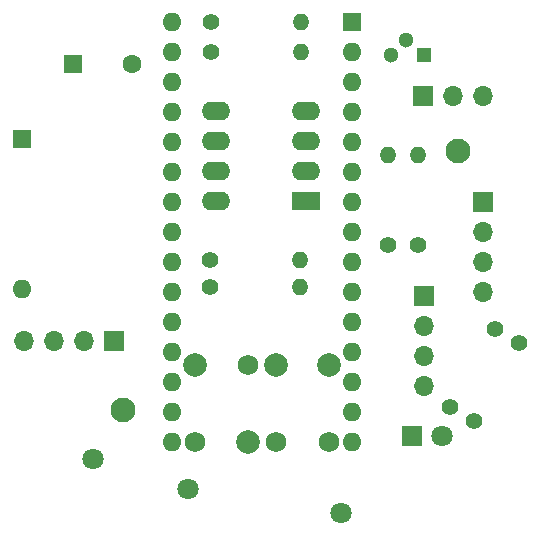
<source format=gbr>
%TF.GenerationSoftware,KiCad,Pcbnew,8.0.6*%
%TF.CreationDate,2025-03-02T18:01:39-08:00*%
%TF.ProjectId,OBDGauge,4f424447-6175-4676-952e-6b696361645f,rev?*%
%TF.SameCoordinates,Original*%
%TF.FileFunction,Soldermask,Bot*%
%TF.FilePolarity,Negative*%
%FSLAX46Y46*%
G04 Gerber Fmt 4.6, Leading zero omitted, Abs format (unit mm)*
G04 Created by KiCad (PCBNEW 8.0.6) date 2025-03-02 18:01:39*
%MOMM*%
%LPD*%
G01*
G04 APERTURE LIST*
G04 Aperture macros list*
%AMHorizOval*
0 Thick line with rounded ends*
0 $1 width*
0 $2 $3 position (X,Y) of the first rounded end (center of the circle)*
0 $4 $5 position (X,Y) of the second rounded end (center of the circle)*
0 Add line between two ends*
20,1,$1,$2,$3,$4,$5,0*
0 Add two circle primitives to create the rounded ends*
1,1,$1,$2,$3*
1,1,$1,$4,$5*%
G04 Aperture macros list end*
%ADD10C,1.800000*%
%ADD11R,1.600000X1.600000*%
%ADD12O,1.600000X1.600000*%
%ADD13R,1.700000X1.700000*%
%ADD14O,1.700000X1.700000*%
%ADD15C,1.400000*%
%ADD16O,1.400000X1.400000*%
%ADD17C,2.100000*%
%ADD18C,1.750000*%
%ADD19C,2.000000*%
%ADD20R,2.400000X1.600000*%
%ADD21O,2.400000X1.600000*%
%ADD22R,1.800000X1.800000*%
%ADD23HorizOval,1.400000X0.000000X0.000000X0.000000X0.000000X0*%
%ADD24C,1.600000*%
%ADD25R,1.300000X1.300000*%
%ADD26C,1.300000*%
G04 APERTURE END LIST*
D10*
%TO.C,TEST3 LOG*%
X35500000Y-68000000D03*
%TD*%
D11*
%TO.C,D1*%
X29500000Y-40899410D03*
D12*
X29500000Y-53599410D03*
%TD*%
D13*
%TO.C,J3*%
X68500000Y-46200000D03*
D14*
X68500000Y-48740000D03*
X68500000Y-51280000D03*
X68500000Y-53820000D03*
%TD*%
D15*
%TO.C,R1*%
X45500000Y-31000000D03*
D16*
X53120000Y-31000000D03*
%TD*%
D13*
%TO.C,J1*%
X63500000Y-54200000D03*
D14*
X63500000Y-56740000D03*
X63500000Y-59280000D03*
X63500000Y-61820000D03*
%TD*%
D10*
%TO.C,TEST2*%
X56500000Y-72500000D03*
%TD*%
D17*
%TO.C,HOLE2*%
X66408990Y-41911550D03*
%TD*%
D18*
%TO.C,SW1*%
X44132666Y-66500000D03*
D19*
X44132666Y-60000000D03*
X48632666Y-66500000D03*
D18*
X48632666Y-60000000D03*
%TD*%
D13*
%TO.C,J2*%
X63420000Y-37264906D03*
D14*
X65960000Y-37264906D03*
X68500000Y-37264906D03*
%TD*%
D20*
%TO.C,U1*%
X53500000Y-46120000D03*
D21*
X53500000Y-43580000D03*
X53500000Y-41040000D03*
X53500000Y-38500000D03*
X45880000Y-38500000D03*
X45880000Y-41040000D03*
X45880000Y-43580000D03*
X45880000Y-46120000D03*
%TD*%
D17*
%TO.C,HOLE1*%
X38027066Y-63832220D03*
%TD*%
D10*
%TO.C,TEST1*%
X43500000Y-70500000D03*
%TD*%
D19*
%TO.C,SW2*%
X55437901Y-60000000D03*
D18*
X55437901Y-66500000D03*
D19*
X50937901Y-60000000D03*
D18*
X50937901Y-66500000D03*
%TD*%
D15*
%TO.C,R4*%
X45392266Y-53363298D03*
D16*
X53012266Y-53363298D03*
%TD*%
D22*
%TO.C,D2*%
X62500000Y-66000000D03*
D10*
X65040000Y-66000000D03*
%TD*%
D15*
%TO.C,R3*%
X45392266Y-51082931D03*
D16*
X53012266Y-51082931D03*
%TD*%
D15*
%TO.C,R2*%
X45500000Y-33500000D03*
D16*
X53120000Y-33500000D03*
%TD*%
D11*
%TO.C,A1*%
X57417895Y-31000000D03*
D12*
X57417895Y-33540000D03*
X57417895Y-36080000D03*
X57417895Y-38620000D03*
X57417895Y-41160000D03*
X57417895Y-43700000D03*
X57417895Y-46240000D03*
X57417895Y-48780000D03*
X57417895Y-51320000D03*
X57417895Y-53860000D03*
X57417895Y-56400000D03*
X57417895Y-58940000D03*
X57417895Y-61480000D03*
X57417895Y-64020000D03*
X57417895Y-66560000D03*
X42177895Y-66560000D03*
X42177895Y-64020000D03*
X42177895Y-61480000D03*
X42177895Y-58940000D03*
X42177895Y-56400000D03*
X42177895Y-53860000D03*
X42177895Y-51320000D03*
X42177895Y-48780000D03*
X42177895Y-46240000D03*
X42177895Y-43700000D03*
X42177895Y-41160000D03*
X42177895Y-38620000D03*
X42177895Y-36080000D03*
X42177895Y-33540000D03*
X42177895Y-31000000D03*
%TD*%
D15*
%TO.C,R8*%
X69557305Y-56955382D03*
D23*
X65747306Y-63554496D03*
%TD*%
D15*
%TO.C,R7*%
X71519297Y-58122643D03*
D23*
X67709298Y-64721757D03*
%TD*%
D15*
%TO.C,R5*%
X60500000Y-49810000D03*
D16*
X60500000Y-42190000D03*
%TD*%
D13*
%TO.C,J4*%
X37300000Y-58000000D03*
D14*
X34760000Y-58000000D03*
X32220000Y-58000000D03*
X29680000Y-58000000D03*
%TD*%
D11*
%TO.C,C1*%
X33827246Y-34539399D03*
D24*
X38827246Y-34539399D03*
%TD*%
D25*
%TO.C,Q1*%
X63470000Y-33770000D03*
D26*
X62000000Y-32500000D03*
X60730000Y-33770000D03*
%TD*%
D15*
%TO.C,R6*%
X63000000Y-49810000D03*
D16*
X63000000Y-42190000D03*
%TD*%
M02*

</source>
